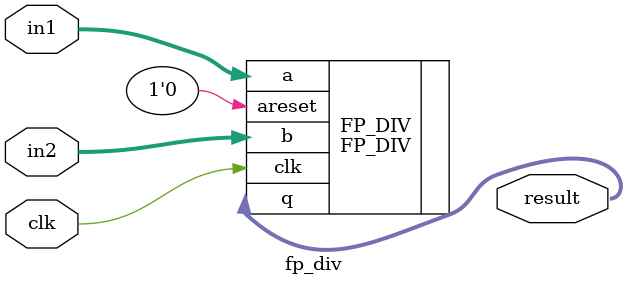
<source format=v>

module fp_div
#(
	parameter DATA_WIDTH = 32
)
(
	input clk,
	input [DATA_WIDTH-1:0] in1,
	input [DATA_WIDTH-1:0] in2,
	output [DATA_WIDTH-1:0] result
);

	FP_DIV FP_DIV
	(
		.clk(clk),
		.areset(1'b0),
		.a(in1),
		.b(in2),
		.q(result)
	);

endmodule

</source>
